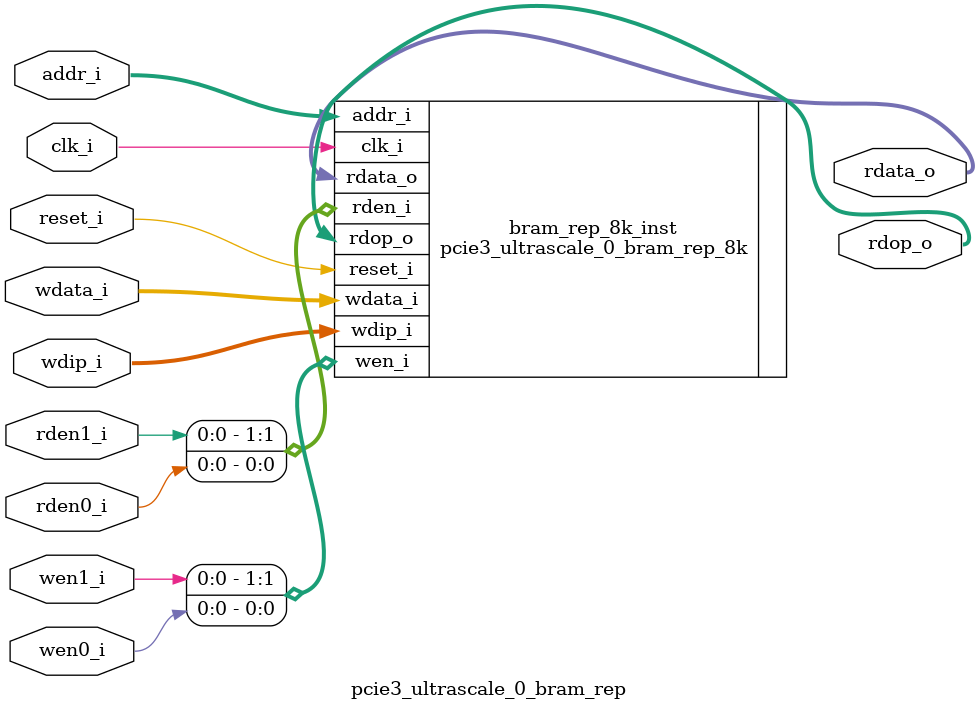
<source format=v>


`timescale 1ps/1ps

module pcie3_ultrascale_0_bram_rep 
 #(
  parameter TCQ = 100
  ) (
  input  wire         clk_i,
  input  wire         reset_i,
  input  wire   [8:0] addr_i,
  input  wire [127:0] wdata_i,
  input  wire  [15:0] wdip_i,
  input  wire         wen0_i,
  input  wire         wen1_i,
  input  wire         rden0_i,
  input  wire         rden1_i,
  output wire [127:0] rdata_o,
  output wire  [15:0] rdop_o
  );

  pcie3_ultrascale_0_bram_rep_8k 
 #(
    .TCQ (TCQ))
  bram_rep_8k_inst (
    .clk_i (clk_i),
    .reset_i (reset_i),
    .addr_i (addr_i[8:0]),
    .wdata_i (wdata_i[127:0]),
    .wdip_i (wdip_i[15:0]),
    .wen_i ({wen1_i, wen0_i}),
    .rden_i ({rden1_i,rden0_i}),
    .rdata_o (rdata_o[127:0]),
    .rdop_o (rdop_o[15:0])
  );

endmodule

</source>
